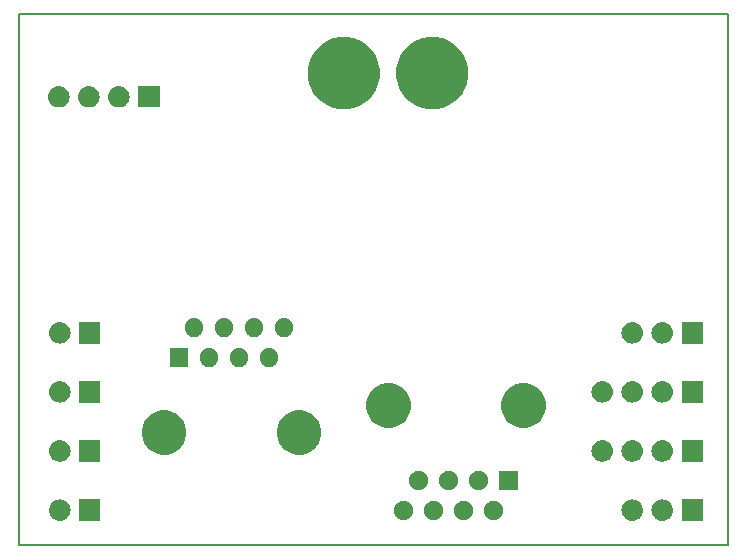
<source format=gbr>
G04 #@! TF.GenerationSoftware,KiCad,Pcbnew,(5.0.0)*
G04 #@! TF.CreationDate,2019-04-11T14:41:24-07:00*
G04 #@! TF.ProjectId,USP-Board,5553502D426F6172642E6B696361645F,rev?*
G04 #@! TF.SameCoordinates,Original*
G04 #@! TF.FileFunction,Soldermask,Bot*
G04 #@! TF.FilePolarity,Negative*
%FSLAX46Y46*%
G04 Gerber Fmt 4.6, Leading zero omitted, Abs format (unit mm)*
G04 Created by KiCad (PCBNEW (5.0.0)) date 04/11/19 14:41:24*
%MOMM*%
%LPD*%
G01*
G04 APERTURE LIST*
%ADD10C,0.200000*%
%ADD11C,0.150000*%
G04 APERTURE END LIST*
D10*
X130000000Y-135000000D02*
X130000000Y-90000000D01*
X190000000Y-135000000D02*
X130000000Y-135000000D01*
X190000000Y-90000000D02*
X190000000Y-135000000D01*
X130000000Y-90000000D02*
X190000000Y-90000000D01*
D11*
G36*
X187901000Y-132901000D02*
X186099000Y-132901000D01*
X186099000Y-131099000D01*
X187901000Y-131099000D01*
X187901000Y-132901000D01*
X187901000Y-132901000D01*
G37*
G36*
X133570442Y-131105518D02*
X133636627Y-131112037D01*
X133749853Y-131146384D01*
X133806467Y-131163557D01*
X133938256Y-131234001D01*
X133962991Y-131247222D01*
X133984389Y-131264783D01*
X134100186Y-131359814D01*
X134183448Y-131461271D01*
X134212778Y-131497009D01*
X134212779Y-131497011D01*
X134296443Y-131653533D01*
X134313616Y-131710147D01*
X134347963Y-131823373D01*
X134365359Y-132000000D01*
X134347963Y-132176627D01*
X134320050Y-132268644D01*
X134296443Y-132346467D01*
X134260123Y-132414416D01*
X134212778Y-132502991D01*
X134183448Y-132538729D01*
X134100186Y-132640186D01*
X133998729Y-132723448D01*
X133962991Y-132752778D01*
X133962989Y-132752779D01*
X133806467Y-132836443D01*
X133749853Y-132853616D01*
X133636627Y-132887963D01*
X133570443Y-132894481D01*
X133504260Y-132901000D01*
X133415740Y-132901000D01*
X133349557Y-132894481D01*
X133283373Y-132887963D01*
X133170147Y-132853616D01*
X133113533Y-132836443D01*
X132957011Y-132752779D01*
X132957009Y-132752778D01*
X132921271Y-132723448D01*
X132819814Y-132640186D01*
X132736552Y-132538729D01*
X132707222Y-132502991D01*
X132659877Y-132414416D01*
X132623557Y-132346467D01*
X132599950Y-132268644D01*
X132572037Y-132176627D01*
X132554641Y-132000000D01*
X132572037Y-131823373D01*
X132606384Y-131710147D01*
X132623557Y-131653533D01*
X132707221Y-131497011D01*
X132707222Y-131497009D01*
X132736552Y-131461271D01*
X132819814Y-131359814D01*
X132935611Y-131264783D01*
X132957009Y-131247222D01*
X132981744Y-131234001D01*
X133113533Y-131163557D01*
X133170147Y-131146384D01*
X133283373Y-131112037D01*
X133349558Y-131105518D01*
X133415740Y-131099000D01*
X133504260Y-131099000D01*
X133570442Y-131105518D01*
X133570442Y-131105518D01*
G37*
G36*
X136901000Y-132901000D02*
X135099000Y-132901000D01*
X135099000Y-131099000D01*
X136901000Y-131099000D01*
X136901000Y-132901000D01*
X136901000Y-132901000D01*
G37*
G36*
X182030442Y-131105518D02*
X182096627Y-131112037D01*
X182209853Y-131146384D01*
X182266467Y-131163557D01*
X182398256Y-131234001D01*
X182422991Y-131247222D01*
X182444389Y-131264783D01*
X182560186Y-131359814D01*
X182643448Y-131461271D01*
X182672778Y-131497009D01*
X182672779Y-131497011D01*
X182756443Y-131653533D01*
X182773616Y-131710147D01*
X182807963Y-131823373D01*
X182825359Y-132000000D01*
X182807963Y-132176627D01*
X182780050Y-132268644D01*
X182756443Y-132346467D01*
X182720123Y-132414416D01*
X182672778Y-132502991D01*
X182643448Y-132538729D01*
X182560186Y-132640186D01*
X182458729Y-132723448D01*
X182422991Y-132752778D01*
X182422989Y-132752779D01*
X182266467Y-132836443D01*
X182209853Y-132853616D01*
X182096627Y-132887963D01*
X182030443Y-132894481D01*
X181964260Y-132901000D01*
X181875740Y-132901000D01*
X181809557Y-132894481D01*
X181743373Y-132887963D01*
X181630147Y-132853616D01*
X181573533Y-132836443D01*
X181417011Y-132752779D01*
X181417009Y-132752778D01*
X181381271Y-132723448D01*
X181279814Y-132640186D01*
X181196552Y-132538729D01*
X181167222Y-132502991D01*
X181119877Y-132414416D01*
X181083557Y-132346467D01*
X181059950Y-132268644D01*
X181032037Y-132176627D01*
X181014641Y-132000000D01*
X181032037Y-131823373D01*
X181066384Y-131710147D01*
X181083557Y-131653533D01*
X181167221Y-131497011D01*
X181167222Y-131497009D01*
X181196552Y-131461271D01*
X181279814Y-131359814D01*
X181395611Y-131264783D01*
X181417009Y-131247222D01*
X181441744Y-131234001D01*
X181573533Y-131163557D01*
X181630147Y-131146384D01*
X181743373Y-131112037D01*
X181809558Y-131105518D01*
X181875740Y-131099000D01*
X181964260Y-131099000D01*
X182030442Y-131105518D01*
X182030442Y-131105518D01*
G37*
G36*
X184570442Y-131105518D02*
X184636627Y-131112037D01*
X184749853Y-131146384D01*
X184806467Y-131163557D01*
X184938256Y-131234001D01*
X184962991Y-131247222D01*
X184984389Y-131264783D01*
X185100186Y-131359814D01*
X185183448Y-131461271D01*
X185212778Y-131497009D01*
X185212779Y-131497011D01*
X185296443Y-131653533D01*
X185313616Y-131710147D01*
X185347963Y-131823373D01*
X185365359Y-132000000D01*
X185347963Y-132176627D01*
X185320050Y-132268644D01*
X185296443Y-132346467D01*
X185260123Y-132414416D01*
X185212778Y-132502991D01*
X185183448Y-132538729D01*
X185100186Y-132640186D01*
X184998729Y-132723448D01*
X184962991Y-132752778D01*
X184962989Y-132752779D01*
X184806467Y-132836443D01*
X184749853Y-132853616D01*
X184636627Y-132887963D01*
X184570443Y-132894481D01*
X184504260Y-132901000D01*
X184415740Y-132901000D01*
X184349557Y-132894481D01*
X184283373Y-132887963D01*
X184170147Y-132853616D01*
X184113533Y-132836443D01*
X183957011Y-132752779D01*
X183957009Y-132752778D01*
X183921271Y-132723448D01*
X183819814Y-132640186D01*
X183736552Y-132538729D01*
X183707222Y-132502991D01*
X183659877Y-132414416D01*
X183623557Y-132346467D01*
X183599950Y-132268644D01*
X183572037Y-132176627D01*
X183554641Y-132000000D01*
X183572037Y-131823373D01*
X183606384Y-131710147D01*
X183623557Y-131653533D01*
X183707221Y-131497011D01*
X183707222Y-131497009D01*
X183736552Y-131461271D01*
X183819814Y-131359814D01*
X183935611Y-131264783D01*
X183957009Y-131247222D01*
X183981744Y-131234001D01*
X184113533Y-131163557D01*
X184170147Y-131146384D01*
X184283373Y-131112037D01*
X184349558Y-131105518D01*
X184415740Y-131099000D01*
X184504260Y-131099000D01*
X184570442Y-131105518D01*
X184570442Y-131105518D01*
G37*
G36*
X162793643Y-131264782D02*
X162939415Y-131325163D01*
X163070611Y-131412825D01*
X163182176Y-131524390D01*
X163269838Y-131655586D01*
X163330219Y-131801358D01*
X163361000Y-131956108D01*
X163361000Y-132113894D01*
X163330219Y-132268644D01*
X163269838Y-132414416D01*
X163182176Y-132545612D01*
X163070611Y-132657177D01*
X162939415Y-132744839D01*
X162793643Y-132805220D01*
X162638893Y-132836001D01*
X162481107Y-132836001D01*
X162326357Y-132805220D01*
X162180585Y-132744839D01*
X162049389Y-132657177D01*
X161937824Y-132545612D01*
X161850162Y-132414416D01*
X161789781Y-132268644D01*
X161759000Y-132113894D01*
X161759000Y-131956108D01*
X161789781Y-131801358D01*
X161850162Y-131655586D01*
X161937824Y-131524390D01*
X162049389Y-131412825D01*
X162180585Y-131325163D01*
X162326357Y-131264782D01*
X162481107Y-131234001D01*
X162638893Y-131234001D01*
X162793643Y-131264782D01*
X162793643Y-131264782D01*
G37*
G36*
X165333643Y-131264782D02*
X165479415Y-131325163D01*
X165610611Y-131412825D01*
X165722176Y-131524390D01*
X165809838Y-131655586D01*
X165870219Y-131801358D01*
X165901000Y-131956108D01*
X165901000Y-132113894D01*
X165870219Y-132268644D01*
X165809838Y-132414416D01*
X165722176Y-132545612D01*
X165610611Y-132657177D01*
X165479415Y-132744839D01*
X165333643Y-132805220D01*
X165178893Y-132836001D01*
X165021107Y-132836001D01*
X164866357Y-132805220D01*
X164720585Y-132744839D01*
X164589389Y-132657177D01*
X164477824Y-132545612D01*
X164390162Y-132414416D01*
X164329781Y-132268644D01*
X164299000Y-132113894D01*
X164299000Y-131956108D01*
X164329781Y-131801358D01*
X164390162Y-131655586D01*
X164477824Y-131524390D01*
X164589389Y-131412825D01*
X164720585Y-131325163D01*
X164866357Y-131264782D01*
X165021107Y-131234001D01*
X165178893Y-131234001D01*
X165333643Y-131264782D01*
X165333643Y-131264782D01*
G37*
G36*
X167873643Y-131264782D02*
X168019415Y-131325163D01*
X168150611Y-131412825D01*
X168262176Y-131524390D01*
X168349838Y-131655586D01*
X168410219Y-131801358D01*
X168441000Y-131956108D01*
X168441000Y-132113894D01*
X168410219Y-132268644D01*
X168349838Y-132414416D01*
X168262176Y-132545612D01*
X168150611Y-132657177D01*
X168019415Y-132744839D01*
X167873643Y-132805220D01*
X167718893Y-132836001D01*
X167561107Y-132836001D01*
X167406357Y-132805220D01*
X167260585Y-132744839D01*
X167129389Y-132657177D01*
X167017824Y-132545612D01*
X166930162Y-132414416D01*
X166869781Y-132268644D01*
X166839000Y-132113894D01*
X166839000Y-131956108D01*
X166869781Y-131801358D01*
X166930162Y-131655586D01*
X167017824Y-131524390D01*
X167129389Y-131412825D01*
X167260585Y-131325163D01*
X167406357Y-131264782D01*
X167561107Y-131234001D01*
X167718893Y-131234001D01*
X167873643Y-131264782D01*
X167873643Y-131264782D01*
G37*
G36*
X170413643Y-131264782D02*
X170559415Y-131325163D01*
X170690611Y-131412825D01*
X170802176Y-131524390D01*
X170889838Y-131655586D01*
X170950219Y-131801358D01*
X170981000Y-131956108D01*
X170981000Y-132113894D01*
X170950219Y-132268644D01*
X170889838Y-132414416D01*
X170802176Y-132545612D01*
X170690611Y-132657177D01*
X170559415Y-132744839D01*
X170413643Y-132805220D01*
X170258893Y-132836001D01*
X170101107Y-132836001D01*
X169946357Y-132805220D01*
X169800585Y-132744839D01*
X169669389Y-132657177D01*
X169557824Y-132545612D01*
X169470162Y-132414416D01*
X169409781Y-132268644D01*
X169379000Y-132113894D01*
X169379000Y-131956108D01*
X169409781Y-131801358D01*
X169470162Y-131655586D01*
X169557824Y-131524390D01*
X169669389Y-131412825D01*
X169800585Y-131325163D01*
X169946357Y-131264782D01*
X170101107Y-131234001D01*
X170258893Y-131234001D01*
X170413643Y-131264782D01*
X170413643Y-131264782D01*
G37*
G36*
X164063643Y-128724782D02*
X164209415Y-128785163D01*
X164340611Y-128872825D01*
X164452176Y-128984390D01*
X164539838Y-129115586D01*
X164600219Y-129261358D01*
X164631000Y-129416108D01*
X164631000Y-129573894D01*
X164600219Y-129728644D01*
X164539838Y-129874416D01*
X164452176Y-130005612D01*
X164340611Y-130117177D01*
X164209415Y-130204839D01*
X164063643Y-130265220D01*
X163908893Y-130296001D01*
X163751107Y-130296001D01*
X163596357Y-130265220D01*
X163450585Y-130204839D01*
X163319389Y-130117177D01*
X163207824Y-130005612D01*
X163120162Y-129874416D01*
X163059781Y-129728644D01*
X163029000Y-129573894D01*
X163029000Y-129416108D01*
X163059781Y-129261358D01*
X163120162Y-129115586D01*
X163207824Y-128984390D01*
X163319389Y-128872825D01*
X163450585Y-128785163D01*
X163596357Y-128724782D01*
X163751107Y-128694001D01*
X163908893Y-128694001D01*
X164063643Y-128724782D01*
X164063643Y-128724782D01*
G37*
G36*
X172251000Y-130296001D02*
X170649000Y-130296001D01*
X170649000Y-128694001D01*
X172251000Y-128694001D01*
X172251000Y-130296001D01*
X172251000Y-130296001D01*
G37*
G36*
X166603643Y-128724782D02*
X166749415Y-128785163D01*
X166880611Y-128872825D01*
X166992176Y-128984390D01*
X167079838Y-129115586D01*
X167140219Y-129261358D01*
X167171000Y-129416108D01*
X167171000Y-129573894D01*
X167140219Y-129728644D01*
X167079838Y-129874416D01*
X166992176Y-130005612D01*
X166880611Y-130117177D01*
X166749415Y-130204839D01*
X166603643Y-130265220D01*
X166448893Y-130296001D01*
X166291107Y-130296001D01*
X166136357Y-130265220D01*
X165990585Y-130204839D01*
X165859389Y-130117177D01*
X165747824Y-130005612D01*
X165660162Y-129874416D01*
X165599781Y-129728644D01*
X165569000Y-129573894D01*
X165569000Y-129416108D01*
X165599781Y-129261358D01*
X165660162Y-129115586D01*
X165747824Y-128984390D01*
X165859389Y-128872825D01*
X165990585Y-128785163D01*
X166136357Y-128724782D01*
X166291107Y-128694001D01*
X166448893Y-128694001D01*
X166603643Y-128724782D01*
X166603643Y-128724782D01*
G37*
G36*
X169143643Y-128724782D02*
X169289415Y-128785163D01*
X169420611Y-128872825D01*
X169532176Y-128984390D01*
X169619838Y-129115586D01*
X169680219Y-129261358D01*
X169711000Y-129416108D01*
X169711000Y-129573894D01*
X169680219Y-129728644D01*
X169619838Y-129874416D01*
X169532176Y-130005612D01*
X169420611Y-130117177D01*
X169289415Y-130204839D01*
X169143643Y-130265220D01*
X168988893Y-130296001D01*
X168831107Y-130296001D01*
X168676357Y-130265220D01*
X168530585Y-130204839D01*
X168399389Y-130117177D01*
X168287824Y-130005612D01*
X168200162Y-129874416D01*
X168139781Y-129728644D01*
X168109000Y-129573894D01*
X168109000Y-129416108D01*
X168139781Y-129261358D01*
X168200162Y-129115586D01*
X168287824Y-128984390D01*
X168399389Y-128872825D01*
X168530585Y-128785163D01*
X168676357Y-128724782D01*
X168831107Y-128694001D01*
X168988893Y-128694001D01*
X169143643Y-128724782D01*
X169143643Y-128724782D01*
G37*
G36*
X133570443Y-126105519D02*
X133636627Y-126112037D01*
X133749853Y-126146384D01*
X133806467Y-126163557D01*
X133945087Y-126237652D01*
X133962991Y-126247222D01*
X133998729Y-126276552D01*
X134100186Y-126359814D01*
X134183448Y-126461271D01*
X134212778Y-126497009D01*
X134212779Y-126497011D01*
X134296443Y-126653533D01*
X134296443Y-126653534D01*
X134347963Y-126823373D01*
X134365359Y-127000000D01*
X134347963Y-127176627D01*
X134329070Y-127238908D01*
X134296443Y-127346467D01*
X134222348Y-127485087D01*
X134212778Y-127502991D01*
X134183448Y-127538729D01*
X134100186Y-127640186D01*
X133998729Y-127723448D01*
X133962991Y-127752778D01*
X133962989Y-127752779D01*
X133806467Y-127836443D01*
X133749853Y-127853616D01*
X133636627Y-127887963D01*
X133570442Y-127894482D01*
X133504260Y-127901000D01*
X133415740Y-127901000D01*
X133349558Y-127894482D01*
X133283373Y-127887963D01*
X133170147Y-127853616D01*
X133113533Y-127836443D01*
X132957011Y-127752779D01*
X132957009Y-127752778D01*
X132921271Y-127723448D01*
X132819814Y-127640186D01*
X132736552Y-127538729D01*
X132707222Y-127502991D01*
X132697652Y-127485087D01*
X132623557Y-127346467D01*
X132590930Y-127238908D01*
X132572037Y-127176627D01*
X132554641Y-127000000D01*
X132572037Y-126823373D01*
X132623557Y-126653534D01*
X132623557Y-126653533D01*
X132707221Y-126497011D01*
X132707222Y-126497009D01*
X132736552Y-126461271D01*
X132819814Y-126359814D01*
X132921271Y-126276552D01*
X132957009Y-126247222D01*
X132974913Y-126237652D01*
X133113533Y-126163557D01*
X133170147Y-126146384D01*
X133283373Y-126112037D01*
X133349557Y-126105519D01*
X133415740Y-126099000D01*
X133504260Y-126099000D01*
X133570443Y-126105519D01*
X133570443Y-126105519D01*
G37*
G36*
X179490443Y-126105519D02*
X179556627Y-126112037D01*
X179669853Y-126146384D01*
X179726467Y-126163557D01*
X179865087Y-126237652D01*
X179882991Y-126247222D01*
X179918729Y-126276552D01*
X180020186Y-126359814D01*
X180103448Y-126461271D01*
X180132778Y-126497009D01*
X180132779Y-126497011D01*
X180216443Y-126653533D01*
X180216443Y-126653534D01*
X180267963Y-126823373D01*
X180285359Y-127000000D01*
X180267963Y-127176627D01*
X180249070Y-127238908D01*
X180216443Y-127346467D01*
X180142348Y-127485087D01*
X180132778Y-127502991D01*
X180103448Y-127538729D01*
X180020186Y-127640186D01*
X179918729Y-127723448D01*
X179882991Y-127752778D01*
X179882989Y-127752779D01*
X179726467Y-127836443D01*
X179669853Y-127853616D01*
X179556627Y-127887963D01*
X179490442Y-127894482D01*
X179424260Y-127901000D01*
X179335740Y-127901000D01*
X179269558Y-127894482D01*
X179203373Y-127887963D01*
X179090147Y-127853616D01*
X179033533Y-127836443D01*
X178877011Y-127752779D01*
X178877009Y-127752778D01*
X178841271Y-127723448D01*
X178739814Y-127640186D01*
X178656552Y-127538729D01*
X178627222Y-127502991D01*
X178617652Y-127485087D01*
X178543557Y-127346467D01*
X178510930Y-127238908D01*
X178492037Y-127176627D01*
X178474641Y-127000000D01*
X178492037Y-126823373D01*
X178543557Y-126653534D01*
X178543557Y-126653533D01*
X178627221Y-126497011D01*
X178627222Y-126497009D01*
X178656552Y-126461271D01*
X178739814Y-126359814D01*
X178841271Y-126276552D01*
X178877009Y-126247222D01*
X178894913Y-126237652D01*
X179033533Y-126163557D01*
X179090147Y-126146384D01*
X179203373Y-126112037D01*
X179269557Y-126105519D01*
X179335740Y-126099000D01*
X179424260Y-126099000D01*
X179490443Y-126105519D01*
X179490443Y-126105519D01*
G37*
G36*
X182030443Y-126105519D02*
X182096627Y-126112037D01*
X182209853Y-126146384D01*
X182266467Y-126163557D01*
X182405087Y-126237652D01*
X182422991Y-126247222D01*
X182458729Y-126276552D01*
X182560186Y-126359814D01*
X182643448Y-126461271D01*
X182672778Y-126497009D01*
X182672779Y-126497011D01*
X182756443Y-126653533D01*
X182756443Y-126653534D01*
X182807963Y-126823373D01*
X182825359Y-127000000D01*
X182807963Y-127176627D01*
X182789070Y-127238908D01*
X182756443Y-127346467D01*
X182682348Y-127485087D01*
X182672778Y-127502991D01*
X182643448Y-127538729D01*
X182560186Y-127640186D01*
X182458729Y-127723448D01*
X182422991Y-127752778D01*
X182422989Y-127752779D01*
X182266467Y-127836443D01*
X182209853Y-127853616D01*
X182096627Y-127887963D01*
X182030442Y-127894482D01*
X181964260Y-127901000D01*
X181875740Y-127901000D01*
X181809558Y-127894482D01*
X181743373Y-127887963D01*
X181630147Y-127853616D01*
X181573533Y-127836443D01*
X181417011Y-127752779D01*
X181417009Y-127752778D01*
X181381271Y-127723448D01*
X181279814Y-127640186D01*
X181196552Y-127538729D01*
X181167222Y-127502991D01*
X181157652Y-127485087D01*
X181083557Y-127346467D01*
X181050930Y-127238908D01*
X181032037Y-127176627D01*
X181014641Y-127000000D01*
X181032037Y-126823373D01*
X181083557Y-126653534D01*
X181083557Y-126653533D01*
X181167221Y-126497011D01*
X181167222Y-126497009D01*
X181196552Y-126461271D01*
X181279814Y-126359814D01*
X181381271Y-126276552D01*
X181417009Y-126247222D01*
X181434913Y-126237652D01*
X181573533Y-126163557D01*
X181630147Y-126146384D01*
X181743373Y-126112037D01*
X181809557Y-126105519D01*
X181875740Y-126099000D01*
X181964260Y-126099000D01*
X182030443Y-126105519D01*
X182030443Y-126105519D01*
G37*
G36*
X184570443Y-126105519D02*
X184636627Y-126112037D01*
X184749853Y-126146384D01*
X184806467Y-126163557D01*
X184945087Y-126237652D01*
X184962991Y-126247222D01*
X184998729Y-126276552D01*
X185100186Y-126359814D01*
X185183448Y-126461271D01*
X185212778Y-126497009D01*
X185212779Y-126497011D01*
X185296443Y-126653533D01*
X185296443Y-126653534D01*
X185347963Y-126823373D01*
X185365359Y-127000000D01*
X185347963Y-127176627D01*
X185329070Y-127238908D01*
X185296443Y-127346467D01*
X185222348Y-127485087D01*
X185212778Y-127502991D01*
X185183448Y-127538729D01*
X185100186Y-127640186D01*
X184998729Y-127723448D01*
X184962991Y-127752778D01*
X184962989Y-127752779D01*
X184806467Y-127836443D01*
X184749853Y-127853616D01*
X184636627Y-127887963D01*
X184570442Y-127894482D01*
X184504260Y-127901000D01*
X184415740Y-127901000D01*
X184349558Y-127894482D01*
X184283373Y-127887963D01*
X184170147Y-127853616D01*
X184113533Y-127836443D01*
X183957011Y-127752779D01*
X183957009Y-127752778D01*
X183921271Y-127723448D01*
X183819814Y-127640186D01*
X183736552Y-127538729D01*
X183707222Y-127502991D01*
X183697652Y-127485087D01*
X183623557Y-127346467D01*
X183590930Y-127238908D01*
X183572037Y-127176627D01*
X183554641Y-127000000D01*
X183572037Y-126823373D01*
X183623557Y-126653534D01*
X183623557Y-126653533D01*
X183707221Y-126497011D01*
X183707222Y-126497009D01*
X183736552Y-126461271D01*
X183819814Y-126359814D01*
X183921271Y-126276552D01*
X183957009Y-126247222D01*
X183974913Y-126237652D01*
X184113533Y-126163557D01*
X184170147Y-126146384D01*
X184283373Y-126112037D01*
X184349557Y-126105519D01*
X184415740Y-126099000D01*
X184504260Y-126099000D01*
X184570443Y-126105519D01*
X184570443Y-126105519D01*
G37*
G36*
X136901000Y-127901000D02*
X135099000Y-127901000D01*
X135099000Y-126099000D01*
X136901000Y-126099000D01*
X136901000Y-127901000D01*
X136901000Y-127901000D01*
G37*
G36*
X187901000Y-127901000D02*
X186099000Y-127901000D01*
X186099000Y-126099000D01*
X187901000Y-126099000D01*
X187901000Y-127901000D01*
X187901000Y-127901000D01*
G37*
G36*
X142832206Y-123631094D02*
X142832208Y-123631095D01*
X142832209Y-123631095D01*
X142958324Y-123683334D01*
X143173620Y-123772512D01*
X143480883Y-123977819D01*
X143742182Y-124239118D01*
X143947489Y-124546381D01*
X144088907Y-124887795D01*
X144161000Y-125250230D01*
X144161000Y-125619772D01*
X144088907Y-125982207D01*
X143947489Y-126323621D01*
X143742182Y-126630884D01*
X143480883Y-126892183D01*
X143173620Y-127097490D01*
X142982571Y-127176625D01*
X142832209Y-127238907D01*
X142832208Y-127238907D01*
X142832206Y-127238908D01*
X142469771Y-127311001D01*
X142100229Y-127311001D01*
X141737794Y-127238908D01*
X141737792Y-127238907D01*
X141737791Y-127238907D01*
X141587429Y-127176625D01*
X141396380Y-127097490D01*
X141089117Y-126892183D01*
X140827818Y-126630884D01*
X140622511Y-126323621D01*
X140481093Y-125982207D01*
X140409000Y-125619772D01*
X140409000Y-125250230D01*
X140481093Y-124887795D01*
X140622511Y-124546381D01*
X140827818Y-124239118D01*
X141089117Y-123977819D01*
X141396380Y-123772512D01*
X141611676Y-123683334D01*
X141737791Y-123631095D01*
X141737792Y-123631095D01*
X141737794Y-123631094D01*
X142100229Y-123559001D01*
X142469771Y-123559001D01*
X142832206Y-123631094D01*
X142832206Y-123631094D01*
G37*
G36*
X154262206Y-123631094D02*
X154262208Y-123631095D01*
X154262209Y-123631095D01*
X154388324Y-123683334D01*
X154603620Y-123772512D01*
X154910883Y-123977819D01*
X155172182Y-124239118D01*
X155377489Y-124546381D01*
X155518907Y-124887795D01*
X155591000Y-125250230D01*
X155591000Y-125619772D01*
X155518907Y-125982207D01*
X155377489Y-126323621D01*
X155172182Y-126630884D01*
X154910883Y-126892183D01*
X154603620Y-127097490D01*
X154412571Y-127176625D01*
X154262209Y-127238907D01*
X154262208Y-127238907D01*
X154262206Y-127238908D01*
X153899771Y-127311001D01*
X153530229Y-127311001D01*
X153167794Y-127238908D01*
X153167792Y-127238907D01*
X153167791Y-127238907D01*
X153017429Y-127176625D01*
X152826380Y-127097490D01*
X152519117Y-126892183D01*
X152257818Y-126630884D01*
X152052511Y-126323621D01*
X151911093Y-125982207D01*
X151839000Y-125619772D01*
X151839000Y-125250230D01*
X151911093Y-124887795D01*
X152052511Y-124546381D01*
X152257818Y-124239118D01*
X152519117Y-123977819D01*
X152826380Y-123772512D01*
X153041676Y-123683334D01*
X153167791Y-123631095D01*
X153167792Y-123631095D01*
X153167794Y-123631094D01*
X153530229Y-123559001D01*
X153899771Y-123559001D01*
X154262206Y-123631094D01*
X154262206Y-123631094D01*
G37*
G36*
X173262206Y-121341094D02*
X173262208Y-121341095D01*
X173262209Y-121341095D01*
X173307403Y-121359815D01*
X173603620Y-121482512D01*
X173910883Y-121687819D01*
X174172182Y-121949118D01*
X174377489Y-122256381D01*
X174518907Y-122597795D01*
X174591000Y-122960230D01*
X174591000Y-123329772D01*
X174518907Y-123692207D01*
X174377489Y-124033621D01*
X174172182Y-124340884D01*
X173910883Y-124602183D01*
X173603620Y-124807490D01*
X173409753Y-124887792D01*
X173262209Y-124948907D01*
X173262208Y-124948907D01*
X173262206Y-124948908D01*
X172899771Y-125021001D01*
X172530229Y-125021001D01*
X172167794Y-124948908D01*
X172167792Y-124948907D01*
X172167791Y-124948907D01*
X172020247Y-124887792D01*
X171826380Y-124807490D01*
X171519117Y-124602183D01*
X171257818Y-124340884D01*
X171052511Y-124033621D01*
X170911093Y-123692207D01*
X170839000Y-123329772D01*
X170839000Y-122960230D01*
X170911093Y-122597795D01*
X171052511Y-122256381D01*
X171257818Y-121949118D01*
X171519117Y-121687819D01*
X171826380Y-121482512D01*
X172122597Y-121359815D01*
X172167791Y-121341095D01*
X172167792Y-121341095D01*
X172167794Y-121341094D01*
X172530229Y-121269001D01*
X172899771Y-121269001D01*
X173262206Y-121341094D01*
X173262206Y-121341094D01*
G37*
G36*
X161832206Y-121341094D02*
X161832208Y-121341095D01*
X161832209Y-121341095D01*
X161877403Y-121359815D01*
X162173620Y-121482512D01*
X162480883Y-121687819D01*
X162742182Y-121949118D01*
X162947489Y-122256381D01*
X163088907Y-122597795D01*
X163161000Y-122960230D01*
X163161000Y-123329772D01*
X163088907Y-123692207D01*
X162947489Y-124033621D01*
X162742182Y-124340884D01*
X162480883Y-124602183D01*
X162173620Y-124807490D01*
X161979753Y-124887792D01*
X161832209Y-124948907D01*
X161832208Y-124948907D01*
X161832206Y-124948908D01*
X161469771Y-125021001D01*
X161100229Y-125021001D01*
X160737794Y-124948908D01*
X160737792Y-124948907D01*
X160737791Y-124948907D01*
X160590247Y-124887792D01*
X160396380Y-124807490D01*
X160089117Y-124602183D01*
X159827818Y-124340884D01*
X159622511Y-124033621D01*
X159481093Y-123692207D01*
X159409000Y-123329772D01*
X159409000Y-122960230D01*
X159481093Y-122597795D01*
X159622511Y-122256381D01*
X159827818Y-121949118D01*
X160089117Y-121687819D01*
X160396380Y-121482512D01*
X160692597Y-121359815D01*
X160737791Y-121341095D01*
X160737792Y-121341095D01*
X160737794Y-121341094D01*
X161100229Y-121269001D01*
X161469771Y-121269001D01*
X161832206Y-121341094D01*
X161832206Y-121341094D01*
G37*
G36*
X187901000Y-122901000D02*
X186099000Y-122901000D01*
X186099000Y-121099000D01*
X187901000Y-121099000D01*
X187901000Y-122901000D01*
X187901000Y-122901000D01*
G37*
G36*
X179490442Y-121105518D02*
X179556627Y-121112037D01*
X179669853Y-121146384D01*
X179726467Y-121163557D01*
X179865087Y-121237652D01*
X179882991Y-121247222D01*
X179918729Y-121276552D01*
X180020186Y-121359814D01*
X180103448Y-121461271D01*
X180132778Y-121497009D01*
X180132779Y-121497011D01*
X180216443Y-121653533D01*
X180216443Y-121653534D01*
X180267963Y-121823373D01*
X180285359Y-122000000D01*
X180267963Y-122176627D01*
X180233616Y-122289853D01*
X180216443Y-122346467D01*
X180142348Y-122485087D01*
X180132778Y-122502991D01*
X180103448Y-122538729D01*
X180020186Y-122640186D01*
X179918729Y-122723448D01*
X179882991Y-122752778D01*
X179882989Y-122752779D01*
X179726467Y-122836443D01*
X179669853Y-122853616D01*
X179556627Y-122887963D01*
X179490442Y-122894482D01*
X179424260Y-122901000D01*
X179335740Y-122901000D01*
X179269558Y-122894482D01*
X179203373Y-122887963D01*
X179090147Y-122853616D01*
X179033533Y-122836443D01*
X178877011Y-122752779D01*
X178877009Y-122752778D01*
X178841271Y-122723448D01*
X178739814Y-122640186D01*
X178656552Y-122538729D01*
X178627222Y-122502991D01*
X178617652Y-122485087D01*
X178543557Y-122346467D01*
X178526384Y-122289853D01*
X178492037Y-122176627D01*
X178474641Y-122000000D01*
X178492037Y-121823373D01*
X178543557Y-121653534D01*
X178543557Y-121653533D01*
X178627221Y-121497011D01*
X178627222Y-121497009D01*
X178656552Y-121461271D01*
X178739814Y-121359814D01*
X178841271Y-121276552D01*
X178877009Y-121247222D01*
X178894913Y-121237652D01*
X179033533Y-121163557D01*
X179090147Y-121146384D01*
X179203373Y-121112037D01*
X179269558Y-121105518D01*
X179335740Y-121099000D01*
X179424260Y-121099000D01*
X179490442Y-121105518D01*
X179490442Y-121105518D01*
G37*
G36*
X184570442Y-121105518D02*
X184636627Y-121112037D01*
X184749853Y-121146384D01*
X184806467Y-121163557D01*
X184945087Y-121237652D01*
X184962991Y-121247222D01*
X184998729Y-121276552D01*
X185100186Y-121359814D01*
X185183448Y-121461271D01*
X185212778Y-121497009D01*
X185212779Y-121497011D01*
X185296443Y-121653533D01*
X185296443Y-121653534D01*
X185347963Y-121823373D01*
X185365359Y-122000000D01*
X185347963Y-122176627D01*
X185313616Y-122289853D01*
X185296443Y-122346467D01*
X185222348Y-122485087D01*
X185212778Y-122502991D01*
X185183448Y-122538729D01*
X185100186Y-122640186D01*
X184998729Y-122723448D01*
X184962991Y-122752778D01*
X184962989Y-122752779D01*
X184806467Y-122836443D01*
X184749853Y-122853616D01*
X184636627Y-122887963D01*
X184570442Y-122894482D01*
X184504260Y-122901000D01*
X184415740Y-122901000D01*
X184349558Y-122894482D01*
X184283373Y-122887963D01*
X184170147Y-122853616D01*
X184113533Y-122836443D01*
X183957011Y-122752779D01*
X183957009Y-122752778D01*
X183921271Y-122723448D01*
X183819814Y-122640186D01*
X183736552Y-122538729D01*
X183707222Y-122502991D01*
X183697652Y-122485087D01*
X183623557Y-122346467D01*
X183606384Y-122289853D01*
X183572037Y-122176627D01*
X183554641Y-122000000D01*
X183572037Y-121823373D01*
X183623557Y-121653534D01*
X183623557Y-121653533D01*
X183707221Y-121497011D01*
X183707222Y-121497009D01*
X183736552Y-121461271D01*
X183819814Y-121359814D01*
X183921271Y-121276552D01*
X183957009Y-121247222D01*
X183974913Y-121237652D01*
X184113533Y-121163557D01*
X184170147Y-121146384D01*
X184283373Y-121112037D01*
X184349558Y-121105518D01*
X184415740Y-121099000D01*
X184504260Y-121099000D01*
X184570442Y-121105518D01*
X184570442Y-121105518D01*
G37*
G36*
X136901000Y-122901000D02*
X135099000Y-122901000D01*
X135099000Y-121099000D01*
X136901000Y-121099000D01*
X136901000Y-122901000D01*
X136901000Y-122901000D01*
G37*
G36*
X182030442Y-121105518D02*
X182096627Y-121112037D01*
X182209853Y-121146384D01*
X182266467Y-121163557D01*
X182405087Y-121237652D01*
X182422991Y-121247222D01*
X182458729Y-121276552D01*
X182560186Y-121359814D01*
X182643448Y-121461271D01*
X182672778Y-121497009D01*
X182672779Y-121497011D01*
X182756443Y-121653533D01*
X182756443Y-121653534D01*
X182807963Y-121823373D01*
X182825359Y-122000000D01*
X182807963Y-122176627D01*
X182773616Y-122289853D01*
X182756443Y-122346467D01*
X182682348Y-122485087D01*
X182672778Y-122502991D01*
X182643448Y-122538729D01*
X182560186Y-122640186D01*
X182458729Y-122723448D01*
X182422991Y-122752778D01*
X182422989Y-122752779D01*
X182266467Y-122836443D01*
X182209853Y-122853616D01*
X182096627Y-122887963D01*
X182030442Y-122894482D01*
X181964260Y-122901000D01*
X181875740Y-122901000D01*
X181809558Y-122894482D01*
X181743373Y-122887963D01*
X181630147Y-122853616D01*
X181573533Y-122836443D01*
X181417011Y-122752779D01*
X181417009Y-122752778D01*
X181381271Y-122723448D01*
X181279814Y-122640186D01*
X181196552Y-122538729D01*
X181167222Y-122502991D01*
X181157652Y-122485087D01*
X181083557Y-122346467D01*
X181066384Y-122289853D01*
X181032037Y-122176627D01*
X181014641Y-122000000D01*
X181032037Y-121823373D01*
X181083557Y-121653534D01*
X181083557Y-121653533D01*
X181167221Y-121497011D01*
X181167222Y-121497009D01*
X181196552Y-121461271D01*
X181279814Y-121359814D01*
X181381271Y-121276552D01*
X181417009Y-121247222D01*
X181434913Y-121237652D01*
X181573533Y-121163557D01*
X181630147Y-121146384D01*
X181743373Y-121112037D01*
X181809558Y-121105518D01*
X181875740Y-121099000D01*
X181964260Y-121099000D01*
X182030442Y-121105518D01*
X182030442Y-121105518D01*
G37*
G36*
X133570442Y-121105518D02*
X133636627Y-121112037D01*
X133749853Y-121146384D01*
X133806467Y-121163557D01*
X133945087Y-121237652D01*
X133962991Y-121247222D01*
X133998729Y-121276552D01*
X134100186Y-121359814D01*
X134183448Y-121461271D01*
X134212778Y-121497009D01*
X134212779Y-121497011D01*
X134296443Y-121653533D01*
X134296443Y-121653534D01*
X134347963Y-121823373D01*
X134365359Y-122000000D01*
X134347963Y-122176627D01*
X134313616Y-122289853D01*
X134296443Y-122346467D01*
X134222348Y-122485087D01*
X134212778Y-122502991D01*
X134183448Y-122538729D01*
X134100186Y-122640186D01*
X133998729Y-122723448D01*
X133962991Y-122752778D01*
X133962989Y-122752779D01*
X133806467Y-122836443D01*
X133749853Y-122853616D01*
X133636627Y-122887963D01*
X133570442Y-122894482D01*
X133504260Y-122901000D01*
X133415740Y-122901000D01*
X133349558Y-122894482D01*
X133283373Y-122887963D01*
X133170147Y-122853616D01*
X133113533Y-122836443D01*
X132957011Y-122752779D01*
X132957009Y-122752778D01*
X132921271Y-122723448D01*
X132819814Y-122640186D01*
X132736552Y-122538729D01*
X132707222Y-122502991D01*
X132697652Y-122485087D01*
X132623557Y-122346467D01*
X132606384Y-122289853D01*
X132572037Y-122176627D01*
X132554641Y-122000000D01*
X132572037Y-121823373D01*
X132623557Y-121653534D01*
X132623557Y-121653533D01*
X132707221Y-121497011D01*
X132707222Y-121497009D01*
X132736552Y-121461271D01*
X132819814Y-121359814D01*
X132921271Y-121276552D01*
X132957009Y-121247222D01*
X132974913Y-121237652D01*
X133113533Y-121163557D01*
X133170147Y-121146384D01*
X133283373Y-121112037D01*
X133349558Y-121105518D01*
X133415740Y-121099000D01*
X133504260Y-121099000D01*
X133570442Y-121105518D01*
X133570442Y-121105518D01*
G37*
G36*
X148863643Y-118314782D02*
X149009415Y-118375163D01*
X149140611Y-118462825D01*
X149252176Y-118574390D01*
X149339838Y-118705586D01*
X149400219Y-118851358D01*
X149431000Y-119006108D01*
X149431000Y-119163894D01*
X149400219Y-119318644D01*
X149339838Y-119464416D01*
X149252176Y-119595612D01*
X149140611Y-119707177D01*
X149009415Y-119794839D01*
X148863643Y-119855220D01*
X148708893Y-119886001D01*
X148551107Y-119886001D01*
X148396357Y-119855220D01*
X148250585Y-119794839D01*
X148119389Y-119707177D01*
X148007824Y-119595612D01*
X147920162Y-119464416D01*
X147859781Y-119318644D01*
X147829000Y-119163894D01*
X147829000Y-119006108D01*
X147859781Y-118851358D01*
X147920162Y-118705586D01*
X148007824Y-118574390D01*
X148119389Y-118462825D01*
X148250585Y-118375163D01*
X148396357Y-118314782D01*
X148551107Y-118284001D01*
X148708893Y-118284001D01*
X148863643Y-118314782D01*
X148863643Y-118314782D01*
G37*
G36*
X151403643Y-118314782D02*
X151549415Y-118375163D01*
X151680611Y-118462825D01*
X151792176Y-118574390D01*
X151879838Y-118705586D01*
X151940219Y-118851358D01*
X151971000Y-119006108D01*
X151971000Y-119163894D01*
X151940219Y-119318644D01*
X151879838Y-119464416D01*
X151792176Y-119595612D01*
X151680611Y-119707177D01*
X151549415Y-119794839D01*
X151403643Y-119855220D01*
X151248893Y-119886001D01*
X151091107Y-119886001D01*
X150936357Y-119855220D01*
X150790585Y-119794839D01*
X150659389Y-119707177D01*
X150547824Y-119595612D01*
X150460162Y-119464416D01*
X150399781Y-119318644D01*
X150369000Y-119163894D01*
X150369000Y-119006108D01*
X150399781Y-118851358D01*
X150460162Y-118705586D01*
X150547824Y-118574390D01*
X150659389Y-118462825D01*
X150790585Y-118375163D01*
X150936357Y-118314782D01*
X151091107Y-118284001D01*
X151248893Y-118284001D01*
X151403643Y-118314782D01*
X151403643Y-118314782D01*
G37*
G36*
X144351000Y-119886001D02*
X142749000Y-119886001D01*
X142749000Y-118284001D01*
X144351000Y-118284001D01*
X144351000Y-119886001D01*
X144351000Y-119886001D01*
G37*
G36*
X146323643Y-118314782D02*
X146469415Y-118375163D01*
X146600611Y-118462825D01*
X146712176Y-118574390D01*
X146799838Y-118705586D01*
X146860219Y-118851358D01*
X146891000Y-119006108D01*
X146891000Y-119163894D01*
X146860219Y-119318644D01*
X146799838Y-119464416D01*
X146712176Y-119595612D01*
X146600611Y-119707177D01*
X146469415Y-119794839D01*
X146323643Y-119855220D01*
X146168893Y-119886001D01*
X146011107Y-119886001D01*
X145856357Y-119855220D01*
X145710585Y-119794839D01*
X145579389Y-119707177D01*
X145467824Y-119595612D01*
X145380162Y-119464416D01*
X145319781Y-119318644D01*
X145289000Y-119163894D01*
X145289000Y-119006108D01*
X145319781Y-118851358D01*
X145380162Y-118705586D01*
X145467824Y-118574390D01*
X145579389Y-118462825D01*
X145710585Y-118375163D01*
X145856357Y-118314782D01*
X146011107Y-118284001D01*
X146168893Y-118284001D01*
X146323643Y-118314782D01*
X146323643Y-118314782D01*
G37*
G36*
X133570442Y-116105518D02*
X133636627Y-116112037D01*
X133749853Y-116146384D01*
X133806467Y-116163557D01*
X133945087Y-116237652D01*
X133962991Y-116247222D01*
X133998729Y-116276552D01*
X134100186Y-116359814D01*
X134183448Y-116461271D01*
X134212778Y-116497009D01*
X134212779Y-116497011D01*
X134296443Y-116653533D01*
X134296443Y-116653534D01*
X134347963Y-116823373D01*
X134365359Y-117000000D01*
X134347963Y-117176627D01*
X134324238Y-117254838D01*
X134296443Y-117346467D01*
X134222348Y-117485087D01*
X134212778Y-117502991D01*
X134183448Y-117538729D01*
X134100186Y-117640186D01*
X133998729Y-117723448D01*
X133962991Y-117752778D01*
X133962989Y-117752779D01*
X133806467Y-117836443D01*
X133749853Y-117853616D01*
X133636627Y-117887963D01*
X133570442Y-117894482D01*
X133504260Y-117901000D01*
X133415740Y-117901000D01*
X133349558Y-117894482D01*
X133283373Y-117887963D01*
X133170147Y-117853616D01*
X133113533Y-117836443D01*
X132957011Y-117752779D01*
X132957009Y-117752778D01*
X132921271Y-117723448D01*
X132819814Y-117640186D01*
X132736552Y-117538729D01*
X132707222Y-117502991D01*
X132697652Y-117485087D01*
X132623557Y-117346467D01*
X132595762Y-117254838D01*
X132572037Y-117176627D01*
X132554641Y-117000000D01*
X132572037Y-116823373D01*
X132623557Y-116653534D01*
X132623557Y-116653533D01*
X132707221Y-116497011D01*
X132707222Y-116497009D01*
X132736552Y-116461271D01*
X132819814Y-116359814D01*
X132921271Y-116276552D01*
X132957009Y-116247222D01*
X132974913Y-116237652D01*
X133113533Y-116163557D01*
X133170147Y-116146384D01*
X133283373Y-116112037D01*
X133349558Y-116105518D01*
X133415740Y-116099000D01*
X133504260Y-116099000D01*
X133570442Y-116105518D01*
X133570442Y-116105518D01*
G37*
G36*
X136901000Y-117901000D02*
X135099000Y-117901000D01*
X135099000Y-116099000D01*
X136901000Y-116099000D01*
X136901000Y-117901000D01*
X136901000Y-117901000D01*
G37*
G36*
X182030442Y-116105518D02*
X182096627Y-116112037D01*
X182209853Y-116146384D01*
X182266467Y-116163557D01*
X182405087Y-116237652D01*
X182422991Y-116247222D01*
X182458729Y-116276552D01*
X182560186Y-116359814D01*
X182643448Y-116461271D01*
X182672778Y-116497009D01*
X182672779Y-116497011D01*
X182756443Y-116653533D01*
X182756443Y-116653534D01*
X182807963Y-116823373D01*
X182825359Y-117000000D01*
X182807963Y-117176627D01*
X182784238Y-117254838D01*
X182756443Y-117346467D01*
X182682348Y-117485087D01*
X182672778Y-117502991D01*
X182643448Y-117538729D01*
X182560186Y-117640186D01*
X182458729Y-117723448D01*
X182422991Y-117752778D01*
X182422989Y-117752779D01*
X182266467Y-117836443D01*
X182209853Y-117853616D01*
X182096627Y-117887963D01*
X182030442Y-117894482D01*
X181964260Y-117901000D01*
X181875740Y-117901000D01*
X181809558Y-117894482D01*
X181743373Y-117887963D01*
X181630147Y-117853616D01*
X181573533Y-117836443D01*
X181417011Y-117752779D01*
X181417009Y-117752778D01*
X181381271Y-117723448D01*
X181279814Y-117640186D01*
X181196552Y-117538729D01*
X181167222Y-117502991D01*
X181157652Y-117485087D01*
X181083557Y-117346467D01*
X181055762Y-117254838D01*
X181032037Y-117176627D01*
X181014641Y-117000000D01*
X181032037Y-116823373D01*
X181083557Y-116653534D01*
X181083557Y-116653533D01*
X181167221Y-116497011D01*
X181167222Y-116497009D01*
X181196552Y-116461271D01*
X181279814Y-116359814D01*
X181381271Y-116276552D01*
X181417009Y-116247222D01*
X181434913Y-116237652D01*
X181573533Y-116163557D01*
X181630147Y-116146384D01*
X181743373Y-116112037D01*
X181809558Y-116105518D01*
X181875740Y-116099000D01*
X181964260Y-116099000D01*
X182030442Y-116105518D01*
X182030442Y-116105518D01*
G37*
G36*
X184570442Y-116105518D02*
X184636627Y-116112037D01*
X184749853Y-116146384D01*
X184806467Y-116163557D01*
X184945087Y-116237652D01*
X184962991Y-116247222D01*
X184998729Y-116276552D01*
X185100186Y-116359814D01*
X185183448Y-116461271D01*
X185212778Y-116497009D01*
X185212779Y-116497011D01*
X185296443Y-116653533D01*
X185296443Y-116653534D01*
X185347963Y-116823373D01*
X185365359Y-117000000D01*
X185347963Y-117176627D01*
X185324238Y-117254838D01*
X185296443Y-117346467D01*
X185222348Y-117485087D01*
X185212778Y-117502991D01*
X185183448Y-117538729D01*
X185100186Y-117640186D01*
X184998729Y-117723448D01*
X184962991Y-117752778D01*
X184962989Y-117752779D01*
X184806467Y-117836443D01*
X184749853Y-117853616D01*
X184636627Y-117887963D01*
X184570442Y-117894482D01*
X184504260Y-117901000D01*
X184415740Y-117901000D01*
X184349558Y-117894482D01*
X184283373Y-117887963D01*
X184170147Y-117853616D01*
X184113533Y-117836443D01*
X183957011Y-117752779D01*
X183957009Y-117752778D01*
X183921271Y-117723448D01*
X183819814Y-117640186D01*
X183736552Y-117538729D01*
X183707222Y-117502991D01*
X183697652Y-117485087D01*
X183623557Y-117346467D01*
X183595762Y-117254838D01*
X183572037Y-117176627D01*
X183554641Y-117000000D01*
X183572037Y-116823373D01*
X183623557Y-116653534D01*
X183623557Y-116653533D01*
X183707221Y-116497011D01*
X183707222Y-116497009D01*
X183736552Y-116461271D01*
X183819814Y-116359814D01*
X183921271Y-116276552D01*
X183957009Y-116247222D01*
X183974913Y-116237652D01*
X184113533Y-116163557D01*
X184170147Y-116146384D01*
X184283373Y-116112037D01*
X184349558Y-116105518D01*
X184415740Y-116099000D01*
X184504260Y-116099000D01*
X184570442Y-116105518D01*
X184570442Y-116105518D01*
G37*
G36*
X187901000Y-117901000D02*
X186099000Y-117901000D01*
X186099000Y-116099000D01*
X187901000Y-116099000D01*
X187901000Y-117901000D01*
X187901000Y-117901000D01*
G37*
G36*
X145053643Y-115774782D02*
X145199415Y-115835163D01*
X145330611Y-115922825D01*
X145442176Y-116034390D01*
X145529838Y-116165586D01*
X145590219Y-116311358D01*
X145621000Y-116466108D01*
X145621000Y-116623894D01*
X145590219Y-116778644D01*
X145529838Y-116924416D01*
X145442176Y-117055612D01*
X145330611Y-117167177D01*
X145199415Y-117254839D01*
X145053643Y-117315220D01*
X144898893Y-117346001D01*
X144741107Y-117346001D01*
X144586357Y-117315220D01*
X144440585Y-117254839D01*
X144309389Y-117167177D01*
X144197824Y-117055612D01*
X144110162Y-116924416D01*
X144049781Y-116778644D01*
X144019000Y-116623894D01*
X144019000Y-116466108D01*
X144049781Y-116311358D01*
X144110162Y-116165586D01*
X144197824Y-116034390D01*
X144309389Y-115922825D01*
X144440585Y-115835163D01*
X144586357Y-115774782D01*
X144741107Y-115744001D01*
X144898893Y-115744001D01*
X145053643Y-115774782D01*
X145053643Y-115774782D01*
G37*
G36*
X150133643Y-115774782D02*
X150279415Y-115835163D01*
X150410611Y-115922825D01*
X150522176Y-116034390D01*
X150609838Y-116165586D01*
X150670219Y-116311358D01*
X150701000Y-116466108D01*
X150701000Y-116623894D01*
X150670219Y-116778644D01*
X150609838Y-116924416D01*
X150522176Y-117055612D01*
X150410611Y-117167177D01*
X150279415Y-117254839D01*
X150133643Y-117315220D01*
X149978893Y-117346001D01*
X149821107Y-117346001D01*
X149666357Y-117315220D01*
X149520585Y-117254839D01*
X149389389Y-117167177D01*
X149277824Y-117055612D01*
X149190162Y-116924416D01*
X149129781Y-116778644D01*
X149099000Y-116623894D01*
X149099000Y-116466108D01*
X149129781Y-116311358D01*
X149190162Y-116165586D01*
X149277824Y-116034390D01*
X149389389Y-115922825D01*
X149520585Y-115835163D01*
X149666357Y-115774782D01*
X149821107Y-115744001D01*
X149978893Y-115744001D01*
X150133643Y-115774782D01*
X150133643Y-115774782D01*
G37*
G36*
X147593643Y-115774782D02*
X147739415Y-115835163D01*
X147870611Y-115922825D01*
X147982176Y-116034390D01*
X148069838Y-116165586D01*
X148130219Y-116311358D01*
X148161000Y-116466108D01*
X148161000Y-116623894D01*
X148130219Y-116778644D01*
X148069838Y-116924416D01*
X147982176Y-117055612D01*
X147870611Y-117167177D01*
X147739415Y-117254839D01*
X147593643Y-117315220D01*
X147438893Y-117346001D01*
X147281107Y-117346001D01*
X147126357Y-117315220D01*
X146980585Y-117254839D01*
X146849389Y-117167177D01*
X146737824Y-117055612D01*
X146650162Y-116924416D01*
X146589781Y-116778644D01*
X146559000Y-116623894D01*
X146559000Y-116466108D01*
X146589781Y-116311358D01*
X146650162Y-116165586D01*
X146737824Y-116034390D01*
X146849389Y-115922825D01*
X146980585Y-115835163D01*
X147126357Y-115774782D01*
X147281107Y-115744001D01*
X147438893Y-115744001D01*
X147593643Y-115774782D01*
X147593643Y-115774782D01*
G37*
G36*
X152673643Y-115774782D02*
X152819415Y-115835163D01*
X152950611Y-115922825D01*
X153062176Y-116034390D01*
X153149838Y-116165586D01*
X153210219Y-116311358D01*
X153241000Y-116466108D01*
X153241000Y-116623894D01*
X153210219Y-116778644D01*
X153149838Y-116924416D01*
X153062176Y-117055612D01*
X152950611Y-117167177D01*
X152819415Y-117254839D01*
X152673643Y-117315220D01*
X152518893Y-117346001D01*
X152361107Y-117346001D01*
X152206357Y-117315220D01*
X152060585Y-117254839D01*
X151929389Y-117167177D01*
X151817824Y-117055612D01*
X151730162Y-116924416D01*
X151669781Y-116778644D01*
X151639000Y-116623894D01*
X151639000Y-116466108D01*
X151669781Y-116311358D01*
X151730162Y-116165586D01*
X151817824Y-116034390D01*
X151929389Y-115922825D01*
X152060585Y-115835163D01*
X152206357Y-115774782D01*
X152361107Y-115744001D01*
X152518893Y-115744001D01*
X152673643Y-115774782D01*
X152673643Y-115774782D01*
G37*
G36*
X158389941Y-92066248D02*
X158389943Y-92066249D01*
X158389944Y-92066249D01*
X158945190Y-92296239D01*
X158945191Y-92296240D01*
X159444902Y-92630136D01*
X159869864Y-93055098D01*
X159869866Y-93055101D01*
X160203761Y-93554810D01*
X160433751Y-94110056D01*
X160551000Y-94699503D01*
X160551000Y-95300497D01*
X160433751Y-95889944D01*
X160203761Y-96445190D01*
X160064550Y-96653534D01*
X159869864Y-96944902D01*
X159444902Y-97369864D01*
X159444899Y-97369866D01*
X158945190Y-97703761D01*
X158389944Y-97933751D01*
X158389943Y-97933751D01*
X158389941Y-97933752D01*
X157800499Y-98051000D01*
X157199501Y-98051000D01*
X156610059Y-97933752D01*
X156610057Y-97933751D01*
X156610056Y-97933751D01*
X156054810Y-97703761D01*
X155555101Y-97369866D01*
X155555098Y-97369864D01*
X155130136Y-96944902D01*
X154935450Y-96653534D01*
X154796239Y-96445190D01*
X154566249Y-95889944D01*
X154449000Y-95300497D01*
X154449000Y-94699503D01*
X154566249Y-94110056D01*
X154796239Y-93554810D01*
X155130134Y-93055101D01*
X155130136Y-93055098D01*
X155555098Y-92630136D01*
X156054809Y-92296240D01*
X156054810Y-92296239D01*
X156610056Y-92066249D01*
X156610057Y-92066249D01*
X156610059Y-92066248D01*
X157199501Y-91949000D01*
X157800499Y-91949000D01*
X158389941Y-92066248D01*
X158389941Y-92066248D01*
G37*
G36*
X165889941Y-92066248D02*
X165889943Y-92066249D01*
X165889944Y-92066249D01*
X166445190Y-92296239D01*
X166445191Y-92296240D01*
X166944902Y-92630136D01*
X167369864Y-93055098D01*
X167369866Y-93055101D01*
X167703761Y-93554810D01*
X167933751Y-94110056D01*
X168051000Y-94699503D01*
X168051000Y-95300497D01*
X167933751Y-95889944D01*
X167703761Y-96445190D01*
X167564550Y-96653534D01*
X167369864Y-96944902D01*
X166944902Y-97369864D01*
X166944899Y-97369866D01*
X166445190Y-97703761D01*
X165889944Y-97933751D01*
X165889943Y-97933751D01*
X165889941Y-97933752D01*
X165300499Y-98051000D01*
X164699501Y-98051000D01*
X164110059Y-97933752D01*
X164110057Y-97933751D01*
X164110056Y-97933751D01*
X163554810Y-97703761D01*
X163055101Y-97369866D01*
X163055098Y-97369864D01*
X162630136Y-96944902D01*
X162435450Y-96653534D01*
X162296239Y-96445190D01*
X162066249Y-95889944D01*
X161949000Y-95300497D01*
X161949000Y-94699503D01*
X162066249Y-94110056D01*
X162296239Y-93554810D01*
X162630134Y-93055101D01*
X162630136Y-93055098D01*
X163055098Y-92630136D01*
X163554809Y-92296240D01*
X163554810Y-92296239D01*
X164110056Y-92066249D01*
X164110057Y-92066249D01*
X164110059Y-92066248D01*
X164699501Y-91949000D01*
X165300499Y-91949000D01*
X165889941Y-92066248D01*
X165889941Y-92066248D01*
G37*
G36*
X141901000Y-97901000D02*
X140099000Y-97901000D01*
X140099000Y-96099000D01*
X141901000Y-96099000D01*
X141901000Y-97901000D01*
X141901000Y-97901000D01*
G37*
G36*
X138570442Y-96105518D02*
X138636627Y-96112037D01*
X138749853Y-96146384D01*
X138806467Y-96163557D01*
X138945087Y-96237652D01*
X138962991Y-96247222D01*
X138998729Y-96276552D01*
X139100186Y-96359814D01*
X139170251Y-96445190D01*
X139212778Y-96497009D01*
X139212779Y-96497011D01*
X139296443Y-96653533D01*
X139296443Y-96653534D01*
X139347963Y-96823373D01*
X139365359Y-97000000D01*
X139347963Y-97176627D01*
X139313616Y-97289853D01*
X139296443Y-97346467D01*
X139222348Y-97485087D01*
X139212778Y-97502991D01*
X139183448Y-97538729D01*
X139100186Y-97640186D01*
X139022718Y-97703761D01*
X138962991Y-97752778D01*
X138962989Y-97752779D01*
X138806467Y-97836443D01*
X138749853Y-97853616D01*
X138636627Y-97887963D01*
X138570442Y-97894482D01*
X138504260Y-97901000D01*
X138415740Y-97901000D01*
X138349557Y-97894481D01*
X138283373Y-97887963D01*
X138170147Y-97853616D01*
X138113533Y-97836443D01*
X137957011Y-97752779D01*
X137957009Y-97752778D01*
X137897282Y-97703761D01*
X137819814Y-97640186D01*
X137736552Y-97538729D01*
X137707222Y-97502991D01*
X137697652Y-97485087D01*
X137623557Y-97346467D01*
X137606384Y-97289853D01*
X137572037Y-97176627D01*
X137554641Y-97000000D01*
X137572037Y-96823373D01*
X137623557Y-96653534D01*
X137623557Y-96653533D01*
X137707221Y-96497011D01*
X137707222Y-96497009D01*
X137749749Y-96445190D01*
X137819814Y-96359814D01*
X137921271Y-96276552D01*
X137957009Y-96247222D01*
X137974913Y-96237652D01*
X138113533Y-96163557D01*
X138170147Y-96146384D01*
X138283373Y-96112037D01*
X138349558Y-96105518D01*
X138415740Y-96099000D01*
X138504260Y-96099000D01*
X138570442Y-96105518D01*
X138570442Y-96105518D01*
G37*
G36*
X136030442Y-96105518D02*
X136096627Y-96112037D01*
X136209853Y-96146384D01*
X136266467Y-96163557D01*
X136405087Y-96237652D01*
X136422991Y-96247222D01*
X136458729Y-96276552D01*
X136560186Y-96359814D01*
X136630251Y-96445190D01*
X136672778Y-96497009D01*
X136672779Y-96497011D01*
X136756443Y-96653533D01*
X136756443Y-96653534D01*
X136807963Y-96823373D01*
X136825359Y-97000000D01*
X136807963Y-97176627D01*
X136773616Y-97289853D01*
X136756443Y-97346467D01*
X136682348Y-97485087D01*
X136672778Y-97502991D01*
X136643448Y-97538729D01*
X136560186Y-97640186D01*
X136482718Y-97703761D01*
X136422991Y-97752778D01*
X136422989Y-97752779D01*
X136266467Y-97836443D01*
X136209853Y-97853616D01*
X136096627Y-97887963D01*
X136030442Y-97894482D01*
X135964260Y-97901000D01*
X135875740Y-97901000D01*
X135809557Y-97894481D01*
X135743373Y-97887963D01*
X135630147Y-97853616D01*
X135573533Y-97836443D01*
X135417011Y-97752779D01*
X135417009Y-97752778D01*
X135357282Y-97703761D01*
X135279814Y-97640186D01*
X135196552Y-97538729D01*
X135167222Y-97502991D01*
X135157652Y-97485087D01*
X135083557Y-97346467D01*
X135066384Y-97289853D01*
X135032037Y-97176627D01*
X135014641Y-97000000D01*
X135032037Y-96823373D01*
X135083557Y-96653534D01*
X135083557Y-96653533D01*
X135167221Y-96497011D01*
X135167222Y-96497009D01*
X135209749Y-96445190D01*
X135279814Y-96359814D01*
X135381271Y-96276552D01*
X135417009Y-96247222D01*
X135434913Y-96237652D01*
X135573533Y-96163557D01*
X135630147Y-96146384D01*
X135743373Y-96112037D01*
X135809558Y-96105518D01*
X135875740Y-96099000D01*
X135964260Y-96099000D01*
X136030442Y-96105518D01*
X136030442Y-96105518D01*
G37*
G36*
X133490442Y-96105518D02*
X133556627Y-96112037D01*
X133669853Y-96146384D01*
X133726467Y-96163557D01*
X133865087Y-96237652D01*
X133882991Y-96247222D01*
X133918729Y-96276552D01*
X134020186Y-96359814D01*
X134090251Y-96445190D01*
X134132778Y-96497009D01*
X134132779Y-96497011D01*
X134216443Y-96653533D01*
X134216443Y-96653534D01*
X134267963Y-96823373D01*
X134285359Y-97000000D01*
X134267963Y-97176627D01*
X134233616Y-97289853D01*
X134216443Y-97346467D01*
X134142348Y-97485087D01*
X134132778Y-97502991D01*
X134103448Y-97538729D01*
X134020186Y-97640186D01*
X133942718Y-97703761D01*
X133882991Y-97752778D01*
X133882989Y-97752779D01*
X133726467Y-97836443D01*
X133669853Y-97853616D01*
X133556627Y-97887963D01*
X133490442Y-97894482D01*
X133424260Y-97901000D01*
X133335740Y-97901000D01*
X133269557Y-97894481D01*
X133203373Y-97887963D01*
X133090147Y-97853616D01*
X133033533Y-97836443D01*
X132877011Y-97752779D01*
X132877009Y-97752778D01*
X132817282Y-97703761D01*
X132739814Y-97640186D01*
X132656552Y-97538729D01*
X132627222Y-97502991D01*
X132617652Y-97485087D01*
X132543557Y-97346467D01*
X132526384Y-97289853D01*
X132492037Y-97176627D01*
X132474641Y-97000000D01*
X132492037Y-96823373D01*
X132543557Y-96653534D01*
X132543557Y-96653533D01*
X132627221Y-96497011D01*
X132627222Y-96497009D01*
X132669749Y-96445190D01*
X132739814Y-96359814D01*
X132841271Y-96276552D01*
X132877009Y-96247222D01*
X132894913Y-96237652D01*
X133033533Y-96163557D01*
X133090147Y-96146384D01*
X133203373Y-96112037D01*
X133269558Y-96105518D01*
X133335740Y-96099000D01*
X133424260Y-96099000D01*
X133490442Y-96105518D01*
X133490442Y-96105518D01*
G37*
M02*

</source>
